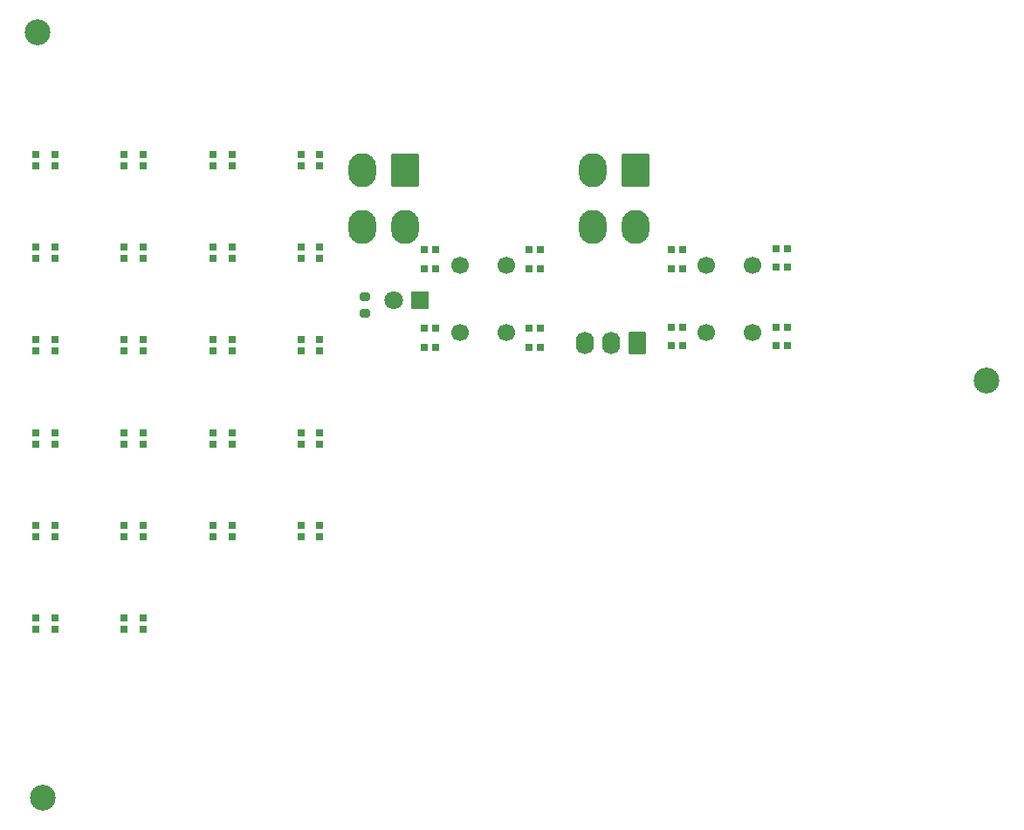
<source format=gbr>
%TF.GenerationSoftware,KiCad,Pcbnew,(6.0.9)*%
%TF.CreationDate,2023-01-27T19:59:26-09:00*%
%TF.ProjectId,EYEBROW WARNING INDICATOR_RIGHT,45594542-524f-4572-9057-41524e494e47,rev?*%
%TF.SameCoordinates,Original*%
%TF.FileFunction,Soldermask,Top*%
%TF.FilePolarity,Negative*%
%FSLAX46Y46*%
G04 Gerber Fmt 4.6, Leading zero omitted, Abs format (unit mm)*
G04 Created by KiCad (PCBNEW (6.0.9)) date 2023-01-27 19:59:26*
%MOMM*%
%LPD*%
G01*
G04 APERTURE LIST*
G04 Aperture macros list*
%AMRoundRect*
0 Rectangle with rounded corners*
0 $1 Rounding radius*
0 $2 $3 $4 $5 $6 $7 $8 $9 X,Y pos of 4 corners*
0 Add a 4 corners polygon primitive as box body*
4,1,4,$2,$3,$4,$5,$6,$7,$8,$9,$2,$3,0*
0 Add four circle primitives for the rounded corners*
1,1,$1+$1,$2,$3*
1,1,$1+$1,$4,$5*
1,1,$1+$1,$6,$7*
1,1,$1+$1,$8,$9*
0 Add four rect primitives between the rounded corners*
20,1,$1+$1,$2,$3,$4,$5,0*
20,1,$1+$1,$4,$5,$6,$7,0*
20,1,$1+$1,$6,$7,$8,$9,0*
20,1,$1+$1,$8,$9,$2,$3,0*%
G04 Aperture macros list end*
%ADD10RoundRect,0.250001X1.099999X1.399999X-1.099999X1.399999X-1.099999X-1.399999X1.099999X-1.399999X0*%
%ADD11O,2.700000X3.300000*%
%ADD12RoundRect,0.250000X0.620000X0.845000X-0.620000X0.845000X-0.620000X-0.845000X0.620000X-0.845000X0*%
%ADD13O,1.740000X2.190000*%
%ADD14C,1.700000*%
%ADD15R,1.800000X1.800000*%
%ADD16C,1.800000*%
%ADD17R,0.700000X0.700000*%
%ADD18RoundRect,0.200000X-0.275000X0.200000X-0.275000X-0.200000X0.275000X-0.200000X0.275000X0.200000X0*%
%ADD19C,2.500000*%
G04 APERTURE END LIST*
D10*
%TO.C,J2*%
X139061300Y-72844144D03*
D11*
X134861300Y-72844144D03*
X139061300Y-78344144D03*
X134861300Y-78344144D03*
%TD*%
D10*
%TO.C,J1*%
X161413300Y-72844144D03*
D11*
X157213300Y-72844144D03*
X161413300Y-78344144D03*
X157213300Y-78344144D03*
%TD*%
D12*
%TO.C,J3*%
X161531300Y-89623143D03*
D13*
X158991300Y-89623143D03*
X156451300Y-89623143D03*
%TD*%
D14*
%TO.C,SW2*%
X148842849Y-82075596D03*
X148842849Y-88575596D03*
X144342849Y-82075596D03*
X144342849Y-88575596D03*
%TD*%
%TO.C,SW1*%
X168223049Y-88603396D03*
X168223049Y-82103396D03*
X172723049Y-88603396D03*
X172723049Y-82103396D03*
%TD*%
D15*
%TO.C,D1*%
X140449300Y-85432143D03*
D16*
X137909300Y-85432143D03*
%TD*%
D17*
%TO.C,D2*%
X175059049Y-82287139D03*
X176159049Y-82287139D03*
X176159049Y-80457139D03*
X175059049Y-80457139D03*
%TD*%
%TO.C,D3*%
X175059049Y-89907139D03*
X176159049Y-89907139D03*
X176159049Y-88077139D03*
X175059049Y-88077139D03*
%TD*%
%TO.C,D4*%
X165999049Y-88077139D03*
X164899049Y-88077139D03*
X164899049Y-89907139D03*
X165999049Y-89907139D03*
%TD*%
%TO.C,D5*%
X165999050Y-80587195D03*
X164899050Y-80587195D03*
X164899050Y-82417195D03*
X165999050Y-82417195D03*
%TD*%
%TO.C,D6*%
X151089050Y-82407195D03*
X152189050Y-82407195D03*
X152189050Y-80577195D03*
X151089050Y-80577195D03*
%TD*%
%TO.C,D7*%
X151089050Y-90027195D03*
X152189050Y-90027195D03*
X152189050Y-88197195D03*
X151089050Y-88197195D03*
%TD*%
%TO.C,D8*%
X142029050Y-88197195D03*
X140929050Y-88197195D03*
X140929050Y-90027195D03*
X142029050Y-90027195D03*
%TD*%
%TO.C,D9*%
X142029050Y-80577195D03*
X140929050Y-80577195D03*
X140929050Y-82407195D03*
X142029050Y-82407195D03*
%TD*%
%TO.C,D10*%
X128942499Y-71334797D03*
X128942499Y-72434797D03*
X130772499Y-72434797D03*
X130772499Y-71334797D03*
%TD*%
%TO.C,D11*%
X120408099Y-71334797D03*
X120408099Y-72434797D03*
X122238099Y-72434797D03*
X122238099Y-71334797D03*
%TD*%
%TO.C,D12*%
X111797499Y-71334798D03*
X111797499Y-72434798D03*
X113627499Y-72434798D03*
X113627499Y-71334798D03*
%TD*%
%TO.C,D13*%
X103263099Y-71334798D03*
X103263099Y-72434798D03*
X105093099Y-72434798D03*
X105093099Y-71334798D03*
%TD*%
%TO.C,D14*%
X105093099Y-81426398D03*
X105093099Y-80326398D03*
X103263099Y-80326398D03*
X103263099Y-81426398D03*
%TD*%
%TO.C,D15*%
X113627499Y-81426398D03*
X113627499Y-80326398D03*
X111797499Y-80326398D03*
X111797499Y-81426398D03*
%TD*%
%TO.C,D16*%
X122238099Y-81426398D03*
X122238099Y-80326398D03*
X120408099Y-80326398D03*
X120408099Y-81426398D03*
%TD*%
%TO.C,D17*%
X130772499Y-81426398D03*
X130772499Y-80326398D03*
X128942499Y-80326398D03*
X128942499Y-81426398D03*
%TD*%
%TO.C,D18*%
X128942499Y-89317997D03*
X128942499Y-90417997D03*
X130772499Y-90417997D03*
X130772499Y-89317997D03*
%TD*%
%TO.C,D19*%
X120408099Y-89317997D03*
X120408099Y-90417997D03*
X122238099Y-90417997D03*
X122238099Y-89317997D03*
%TD*%
%TO.C,D20*%
X111797499Y-89317997D03*
X111797499Y-90417997D03*
X113627499Y-90417997D03*
X113627499Y-89317997D03*
%TD*%
%TO.C,D21*%
X103263099Y-89317997D03*
X103263099Y-90417997D03*
X105093099Y-90417997D03*
X105093099Y-89317997D03*
%TD*%
%TO.C,D22*%
X105093099Y-99409597D03*
X105093099Y-98309597D03*
X103263099Y-98309597D03*
X103263099Y-99409597D03*
%TD*%
%TO.C,D23*%
X113627499Y-99409597D03*
X113627499Y-98309597D03*
X111797499Y-98309597D03*
X111797499Y-99409597D03*
%TD*%
%TO.C,D24*%
X122238099Y-99409597D03*
X122238099Y-98309597D03*
X120408099Y-98309597D03*
X120408099Y-99409597D03*
%TD*%
%TO.C,D25*%
X130772499Y-99409597D03*
X130772499Y-98309597D03*
X128942499Y-98309597D03*
X128942499Y-99409597D03*
%TD*%
%TO.C,D26*%
X128942499Y-107301197D03*
X128942499Y-108401197D03*
X130772499Y-108401197D03*
X130772499Y-107301197D03*
%TD*%
%TO.C,D27*%
X120408099Y-107301197D03*
X120408099Y-108401197D03*
X122238099Y-108401197D03*
X122238099Y-107301197D03*
%TD*%
%TO.C,D28*%
X111797499Y-107301197D03*
X111797499Y-108401197D03*
X113627499Y-108401197D03*
X113627499Y-107301197D03*
%TD*%
%TO.C,D29*%
X103263099Y-107301197D03*
X103263099Y-108401197D03*
X105093099Y-108401197D03*
X105093099Y-107301197D03*
%TD*%
%TO.C,D30*%
X105093099Y-117392797D03*
X105093099Y-116292797D03*
X103263099Y-116292797D03*
X103263099Y-117392797D03*
%TD*%
%TO.C,D31*%
X113627499Y-117392797D03*
X113627499Y-116292797D03*
X111797499Y-116292797D03*
X111797499Y-117392797D03*
%TD*%
D18*
%TO.C,R1*%
X135129050Y-86762195D03*
X135129050Y-85112195D03*
%TD*%
D19*
%TO.C,H3*%
X103873299Y-133692144D03*
%TD*%
%TO.C,H2*%
X195440298Y-93273658D03*
%TD*%
%TO.C,H1*%
X103365299Y-59502298D03*
%TD*%
M02*

</source>
